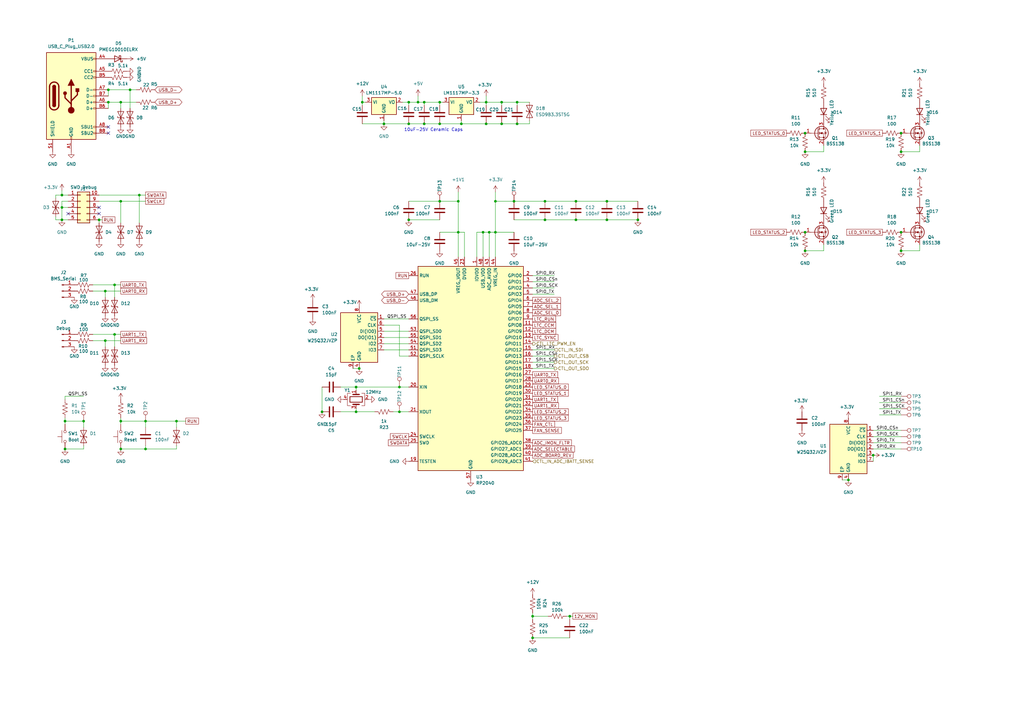
<source format=kicad_sch>
(kicad_sch (version 20231120) (generator "eeschema") (generator_version "8.0")
  (paper "A3")
  (junction (at 369.57 54.61))
  (junction (at 223.52 90.17))
  (junction (at 210.82 82.55))
  (junction (at 248.92 90.17))
  (junction (at 25.4 80.01))
  (junction (at 236.22 90.17))
  (junction (at 199.39 50.8))
  (junction (at 212.09 50.8))
  (junction (at 59.69 184.15))
  (junction (at 132.08 168.91))
  (junction (at 72.39 172.72))
  (junction (at 200.66 95.25))
  (junction (at 147.32 151.13))
  (junction (at 330.2 102.87))
  (junction (at 49.53 184.15))
  (junction (at 25.4 90.17))
  (junction (at 180.34 41.91))
  (junction (at 146.05 158.75))
  (junction (at 369.57 62.23))
  (junction (at 248.92 82.55))
  (junction (at 199.39 41.91))
  (junction (at 218.44 252.73))
  (junction (at 167.64 41.91))
  (junction (at 171.45 41.91))
  (junction (at 57.15 80.01))
  (junction (at 330.2 95.25))
  (junction (at 167.64 90.17))
  (junction (at 53.34 36.83))
  (junction (at 26.67 184.15))
  (junction (at 198.12 95.25))
  (junction (at 223.52 82.55))
  (junction (at 369.57 95.25))
  (junction (at 44.45 41.91))
  (junction (at 146.05 168.91))
  (junction (at 330.2 54.61))
  (junction (at 167.64 50.8))
  (junction (at 369.57 102.87))
  (junction (at 347.98 196.85))
  (junction (at 358.14 186.69))
  (junction (at 46.99 137.16))
  (junction (at 26.67 172.72))
  (junction (at 46.99 116.84))
  (junction (at 189.23 50.8))
  (junction (at 43.18 119.38))
  (junction (at 59.69 172.72))
  (junction (at 40.64 90.17))
  (junction (at 187.96 82.55))
  (junction (at 157.48 50.8))
  (junction (at 49.53 82.55))
  (junction (at 163.83 158.75))
  (junction (at 180.34 82.55))
  (junction (at 44.45 36.83))
  (junction (at 261.62 90.17))
  (junction (at 34.29 172.72))
  (junction (at 49.53 41.91))
  (junction (at 49.53 172.72))
  (junction (at 218.44 261.62))
  (junction (at 173.99 41.91))
  (junction (at 236.22 82.55))
  (junction (at 203.2 95.25))
  (junction (at 203.2 82.55))
  (junction (at 330.2 62.23))
  (junction (at 212.09 41.91))
  (junction (at 163.83 168.91))
  (junction (at 205.74 50.8))
  (junction (at 173.99 50.8))
  (junction (at 43.18 139.7))
  (junction (at 25.4 85.09))
  (junction (at 233.68 252.73))
  (junction (at 148.59 41.91))
  (junction (at 180.34 50.8))
  (junction (at 187.96 95.25))
  (junction (at 205.74 41.91))
  (no_connect (at 27.94 87.63))
  (no_connect (at 44.45 52.07))
  (no_connect (at 40.64 87.63))
  (no_connect (at 40.64 85.09))
  (no_connect (at 44.45 54.61))
  (wire (pts (xy 218.44 113.03) (xy 227.33 113.03)))
  (wire (pts (xy 53.34 36.83) (xy 55.88 36.83)))
  (wire (pts (xy 337.82 100.33) (xy 337.82 102.87)))
  (wire (pts (xy 57.15 80.01) (xy 59.69 80.01)))
  (wire (pts (xy 248.92 90.17) (xy 261.62 90.17)))
  (wire (pts (xy 203.2 95.25) (xy 210.82 95.25)))
  (wire (pts (xy 139.7 168.91) (xy 146.05 168.91)))
  (wire (pts (xy 198.12 95.25) (xy 200.66 95.25)))
  (wire (pts (xy 358.14 181.61) (xy 369.57 181.61)))
  (wire (pts (xy 157.48 49.53) (xy 157.48 50.8)))
  (wire (pts (xy 218.44 118.11) (xy 227.33 118.11)))
  (wire (pts (xy 44.45 36.83) (xy 44.45 39.37)))
  (wire (pts (xy 22.86 81.28) (xy 22.86 80.01)))
  (wire (pts (xy 167.64 41.91) (xy 171.45 41.91)))
  (wire (pts (xy 218.44 146.05) (xy 227.33 146.05)))
  (wire (pts (xy 187.96 95.25) (xy 187.96 105.41)))
  (wire (pts (xy 34.29 182.88) (xy 34.29 184.15)))
  (wire (pts (xy 187.96 95.25) (xy 190.5 95.25)))
  (wire (pts (xy 189.23 49.53) (xy 189.23 50.8)))
  (wire (pts (xy 171.45 41.91) (xy 173.99 41.91)))
  (wire (pts (xy 25.4 78.105) (xy 25.4 80.01)))
  (wire (pts (xy 360.68 167.64) (xy 369.57 167.64)))
  (wire (pts (xy 59.69 172.72) (xy 72.39 172.72)))
  (wire (pts (xy 40.64 80.01) (xy 57.15 80.01)))
  (wire (pts (xy 43.18 142.24) (xy 43.18 139.7)))
  (wire (pts (xy 22.86 88.9) (xy 22.86 90.17)))
  (wire (pts (xy 232.41 252.73) (xy 233.68 252.73)))
  (wire (pts (xy 167.64 90.17) (xy 180.34 90.17)))
  (wire (pts (xy 49.53 172.72) (xy 59.69 172.72)))
  (wire (pts (xy 203.2 95.25) (xy 203.2 105.41)))
  (wire (pts (xy 139.7 158.75) (xy 146.05 158.75)))
  (wire (pts (xy 223.52 82.55) (xy 236.22 82.55)))
  (wire (pts (xy 72.39 172.72) (xy 76.2 172.72)))
  (wire (pts (xy 337.82 59.69) (xy 337.82 62.23)))
  (wire (pts (xy 167.64 158.75) (xy 163.83 158.75)))
  (wire (pts (xy 203.2 82.55) (xy 203.2 95.25)))
  (wire (pts (xy 180.34 95.25) (xy 187.96 95.25)))
  (wire (pts (xy 167.64 41.91) (xy 167.64 43.18)))
  (wire (pts (xy 218.44 148.59) (xy 227.33 148.59)))
  (wire (pts (xy 43.18 119.38) (xy 49.53 119.38)))
  (wire (pts (xy 40.64 82.55) (xy 49.53 82.55)))
  (wire (pts (xy 49.53 171.45) (xy 49.53 172.72)))
  (wire (pts (xy 46.99 142.24) (xy 46.99 137.16)))
  (wire (pts (xy 25.4 80.01) (xy 27.94 80.01)))
  (wire (pts (xy 161.29 168.91) (xy 163.83 168.91)))
  (wire (pts (xy 223.52 90.17) (xy 236.22 90.17)))
  (wire (pts (xy 72.39 182.88) (xy 72.39 184.15)))
  (wire (pts (xy 187.96 78.74) (xy 187.96 82.55)))
  (wire (pts (xy 38.1 116.84) (xy 46.99 116.84)))
  (wire (pts (xy 377.19 62.23) (xy 369.57 62.23)))
  (wire (pts (xy 26.67 172.72) (xy 26.67 173.99)))
  (wire (pts (xy 157.48 138.43) (xy 167.64 138.43)))
  (wire (pts (xy 157.48 133.35) (xy 163.83 133.35)))
  (wire (pts (xy 25.4 82.55) (xy 27.94 82.55)))
  (wire (pts (xy 38.1 139.7) (xy 43.18 139.7)))
  (wire (pts (xy 22.86 90.17) (xy 25.4 90.17)))
  (wire (pts (xy 46.99 116.84) (xy 49.53 116.84)))
  (wire (pts (xy 377.19 59.69) (xy 377.19 62.23)))
  (wire (pts (xy 157.48 130.81) (xy 167.64 130.81)))
  (wire (pts (xy 157.48 140.97) (xy 167.64 140.97)))
  (wire (pts (xy 180.34 41.91) (xy 180.34 43.18)))
  (wire (pts (xy 345.44 196.85) (xy 347.98 196.85)))
  (wire (pts (xy 44.45 36.83) (xy 53.34 36.83)))
  (wire (pts (xy 203.2 78.74) (xy 203.2 82.55)))
  (wire (pts (xy 210.82 82.55) (xy 223.52 82.55)))
  (wire (pts (xy 199.39 41.91) (xy 199.39 43.18)))
  (wire (pts (xy 27.94 90.17) (xy 25.4 90.17)))
  (wire (pts (xy 205.74 41.91) (xy 205.74 43.18)))
  (wire (pts (xy 218.44 151.13) (xy 227.33 151.13)))
  (wire (pts (xy 43.18 121.92) (xy 43.18 119.38)))
  (wire (pts (xy 360.68 162.56) (xy 369.57 162.56)))
  (wire (pts (xy 203.2 82.55) (xy 210.82 82.55)))
  (wire (pts (xy 187.96 82.55) (xy 187.96 95.25)))
  (wire (pts (xy 132.08 158.75) (xy 132.08 168.91)))
  (wire (pts (xy 49.53 184.15) (xy 59.69 184.15)))
  (wire (pts (xy 49.53 82.55) (xy 59.69 82.55)))
  (wire (pts (xy 180.34 82.55) (xy 187.96 82.55)))
  (wire (pts (xy 212.09 43.18) (xy 212.09 41.91)))
  (wire (pts (xy 34.29 172.72) (xy 26.67 172.72)))
  (wire (pts (xy 49.53 172.72) (xy 49.53 173.99)))
  (wire (pts (xy 72.39 175.26) (xy 72.39 172.72)))
  (wire (pts (xy 57.15 91.44) (xy 57.15 80.01)))
  (wire (pts (xy 157.48 50.8) (xy 167.64 50.8)))
  (wire (pts (xy 199.39 39.37) (xy 199.39 41.91)))
  (wire (pts (xy 163.83 168.91) (xy 167.64 168.91)))
  (wire (pts (xy 53.34 36.83) (xy 53.34 44.45)))
  (wire (pts (xy 196.85 41.91) (xy 199.39 41.91)))
  (wire (pts (xy 49.53 91.44) (xy 49.53 82.55)))
  (wire (pts (xy 180.34 41.91) (xy 181.61 41.91)))
  (wire (pts (xy 360.68 165.1) (xy 369.57 165.1)))
  (wire (pts (xy 163.83 146.05) (xy 167.64 146.05)))
  (wire (pts (xy 358.14 179.07) (xy 369.57 179.07)))
  (wire (pts (xy 358.14 184.15) (xy 369.57 184.15)))
  (wire (pts (xy 165.1 41.91) (xy 167.64 41.91)))
  (wire (pts (xy 59.69 184.15) (xy 72.39 184.15)))
  (wire (pts (xy 22.86 80.01) (xy 25.4 80.01)))
  (wire (pts (xy 377.19 100.33) (xy 377.19 102.87)))
  (wire (pts (xy 46.99 121.92) (xy 46.99 116.84)))
  (wire (pts (xy 49.53 41.91) (xy 55.88 41.91)))
  (wire (pts (xy 148.59 50.8) (xy 157.48 50.8)))
  (wire (pts (xy 173.99 41.91) (xy 173.99 43.18)))
  (wire (pts (xy 360.68 170.18) (xy 369.57 170.18)))
  (wire (pts (xy 210.82 90.17) (xy 223.52 90.17)))
  (wire (pts (xy 236.22 82.55) (xy 248.92 82.55)))
  (wire (pts (xy 218.44 261.62) (xy 233.68 261.62)))
  (wire (pts (xy 148.59 43.18) (xy 148.59 41.91)))
  (wire (pts (xy 218.44 143.51) (xy 227.33 143.51)))
  (wire (pts (xy 167.64 50.8) (xy 173.99 50.8)))
  (wire (pts (xy 26.67 163.83) (xy 26.67 162.56)))
  (wire (pts (xy 40.64 90.17) (xy 40.64 91.44)))
  (wire (pts (xy 44.45 41.91) (xy 44.45 44.45)))
  (wire (pts (xy 49.53 44.45) (xy 49.53 41.91)))
  (wire (pts (xy 189.23 50.8) (xy 199.39 50.8)))
  (wire (pts (xy 146.05 168.91) (xy 146.05 167.64)))
  (wire (pts (xy 205.74 50.8) (xy 212.09 50.8)))
  (wire (pts (xy 167.64 82.55) (xy 180.34 82.55)))
  (wire (pts (xy 218.44 115.57) (xy 227.33 115.57)))
  (wire (pts (xy 218.44 120.65) (xy 227.33 120.65)))
  (wire (pts (xy 59.69 182.88) (xy 59.69 184.15)))
  (wire (pts (xy 199.39 50.8) (xy 205.74 50.8)))
  (wire (pts (xy 236.22 90.17) (xy 248.92 90.17)))
  (wire (pts (xy 377.19 102.87) (xy 369.57 102.87)))
  (wire (pts (xy 200.66 95.25) (xy 203.2 95.25)))
  (wire (pts (xy 233.68 252.73) (xy 233.68 254)))
  (wire (pts (xy 34.29 175.26) (xy 34.29 172.72)))
  (wire (pts (xy 38.1 137.16) (xy 46.99 137.16)))
  (wire (pts (xy 148.59 39.37) (xy 148.59 41.91)))
  (wire (pts (xy 190.5 105.41) (xy 190.5 95.25)))
  (wire (pts (xy 43.18 119.38) (xy 38.1 119.38)))
  (wire (pts (xy 46.99 137.16) (xy 49.53 137.16)))
  (wire (pts (xy 337.82 102.87) (xy 330.2 102.87)))
  (wire (pts (xy 217.17 50.8) (xy 212.09 50.8)))
  (wire (pts (xy 157.48 135.89) (xy 167.64 135.89)))
  (wire (pts (xy 26.67 171.45) (xy 26.67 172.72)))
  (wire (pts (xy 146.05 168.91) (xy 153.67 168.91)))
  (wire (pts (xy 26.67 162.56) (xy 34.29 162.56)))
  (wire (pts (xy 43.18 139.7) (xy 49.53 139.7)))
  (wire (pts (xy 173.99 50.8) (xy 180.34 50.8)))
  (wire (pts (xy 217.17 49.53) (xy 217.17 50.8)))
  (wire (pts (xy 40.64 90.17) (xy 41.91 90.17)))
  (wire (pts (xy 25.4 90.17) (xy 25.4 85.09)))
  (wire (pts (xy 195.58 95.25) (xy 198.12 95.25)))
  (wire (pts (xy 163.83 158.75) (xy 146.05 158.75)))
  (wire (pts (xy 358.14 186.69) (xy 358.14 189.23)))
  (wire (pts (xy 358.14 176.53) (xy 369.57 176.53)))
  (wire (pts (xy 224.79 252.73) (xy 218.44 252.73)))
  (wire (pts (xy 25.4 82.55) (xy 25.4 85.09)))
  (wire (pts (xy 157.48 143.51) (xy 167.64 143.51)))
  (wire (pts (xy 212.09 41.91) (xy 217.17 41.91)))
  (wire (pts (xy 163.83 133.35) (xy 163.83 146.05)))
  (wire (pts (xy 200.66 95.25) (xy 200.66 105.41)))
  (wire (pts (xy 59.69 175.26) (xy 59.69 172.72)))
  (wire (pts (xy 218.44 252.73) (xy 218.44 251.46)))
  (wire (pts (xy 198.12 95.25) (xy 198.12 105.41)))
  (wire (pts (xy 205.74 41.91) (xy 212.09 41.91)))
  (wire (pts (xy 173.99 41.91) (xy 180.34 41.91)))
  (wire (pts (xy 248.92 82.55) (xy 261.62 82.55)))
  (wire (pts (xy 146.05 158.75) (xy 146.05 160.02)))
  (wire (pts (xy 148.59 41.91) (xy 149.86 41.91)))
  (wire (pts (xy 44.45 41.91) (xy 49.53 41.91)))
  (wire (pts (xy 34.29 184.15) (xy 26.67 184.15)))
  (wire (pts (xy 27.94 85.09) (xy 25.4 85.09)))
  (wire (pts (xy 199.39 41.91) (xy 205.74 41.91)))
  (wire (pts (xy 337.82 62.23) (xy 330.2 62.23)))
  (wire (pts (xy 171.45 39.37) (xy 171.45 41.91)))
  (wire (pts (xy 218.44 252.73) (xy 218.44 254)))
  (wire (pts (xy 195.58 105.41) (xy 195.58 95.25)))
  (wire (pts (xy 144.78 151.13) (xy 147.32 151.13)))
  (wire (pts (xy 180.34 50.8) (xy 189.23 50.8)))
  (wire (pts (xy 233.68 252.73) (xy 234.95 252.73)))
  (text "10uF-25V Ceramic Caps" (at 177.8 53.34 0) (effects (font (size 1.27 1.27))))
  (label "QSPI_SS" (at 27.94 162.56 0))
  (label "SPI1_SCK" (at 219.71 148.59 0))
  (label "SPI1_CSn" (at 361.95 165.1 0))
  (label "SPI1_RX" (at 219.71 143.51 0))
  (label "SPI0_RX" (at 359.41 184.15 0))
  (label "SPI0_RX" (at 219.71 113.03 0))
  (label "QSPI_SS" (at 158.75 130.81 0))
  (label "SPI1_RX" (at 361.95 162.56 0))
  (label "SPI0_SCK" (at 219.71 118.11 0))
  (label "SPI0_CSn" (at 219.71 115.57 0))
  (label "SPI1_TX" (at 219.71 151.13 0))
  (label "SPI0_TX" (at 359.41 181.61 0))
  (label "SPI1_CSn" (at 219.71 146.05 0))
  (label "SPI1_SCK" (at 361.95 167.64 0))
  (label "SPI0_CSn" (at 359.41 176.53 0))
  (label "SPI1_TX" (at 361.95 170.18 0))
  (label "SPI0_TX" (at 219.71 120.65 0))
  (label "SPI0_SCK" (at 359.41 179.07 0))
  (global_label "USB_D+" (shape bidirectional) (at 167.64 120.65 180) (property "Intersheetrefs" "${INTERSHEET_REFS}" (effects (hide yes))))
  (global_label "ADC_SEL_1" (shape passive) (at 218.44 125.73 0) (property "Intersheetrefs" "${INTERSHEET_REFS}" (effects (hide yes))))
  (global_label "LED_STATUS_1" (shape passive) (at 218.44 161.29 0) (property "Intersheetrefs" "${INTERSHEET_REFS}" (effects (hide yes))))
  (global_label "UART0_RX" (shape passive) (at 49.53 119.38 0) (property "Intersheetrefs" "${INTERSHEET_REFS}" (effects (hide yes))))
  (global_label "ADC_IMON_FLTR" (shape passive) (at 218.44 181.61 0) (property "Intersheetrefs" "${INTERSHEET_REFS}" (effects (hide yes))))
  (global_label "UART0_TX" (shape passive) (at 49.53 116.84 0) (property "Intersheetrefs" "${INTERSHEET_REFS}" (effects (hide yes))))
  (global_label "LED_STATUS_1" (shape passive) (at 361.95 54.61 180) (property "Intersheetrefs" "${INTERSHEET_REFS}" (effects (hide yes))))
  (global_label "ADC_SELECTABLE" (shape passive) (at 218.44 184.15 0) (property "Intersheetrefs" "${INTERSHEET_REFS}" (effects (hide yes))))
  (global_label "LED_STATUS_0" (shape passive) (at 218.44 158.75 0) (property "Intersheetrefs" "${INTERSHEET_REFS}" (effects (hide yes))))
  (global_label "LED_STATUS_2" (shape passive) (at 218.44 168.91 0) (property "Intersheetrefs" "${INTERSHEET_REFS}" (effects (hide yes))))
  (global_label "SWDATA" (shape passive) (at 167.64 181.61 180) (property "Intersheetrefs" "${INTERSHEET_REFS}" (effects (hide yes))))
  (global_label "UART0_TX" (shape passive) (at 218.44 153.67 0) (property "Intersheetrefs" "${INTERSHEET_REFS}" (effects (hide yes))))
  (global_label "LED_STATUS_2" (shape passive) (at 322.58 95.25 180) (property "Intersheetrefs" "${INTERSHEET_REFS}" (effects (hide yes))))
  (global_label "ADC_BOARD_REV" (shape passive) (at 218.44 186.69 0) (property "Intersheetrefs" "${INTERSHEET_REFS}" (effects (hide yes))))
  (global_label "USB_D-" (shape bidirectional) (at 63.5 36.83 0) (property "Intersheetrefs" "${INTERSHEET_REFS}" (effects (hide yes))))
  (global_label "RUN" (shape passive) (at 41.91 90.17 0) (property "Intersheetrefs" "${INTERSHEET_REFS}" (effects (hide yes))))
  (global_label "RUN" (shape passive) (at 76.2 172.72 0) (property "Intersheetrefs" "${INTERSHEET_REFS}" (effects (hide yes))))
  (global_label "SWDATA" (shape passive) (at 59.69 80.01 0) (property "Intersheetrefs" "${INTERSHEET_REFS}" (effects (hide yes))))
  (global_label "UART1_RX" (shape passive) (at 218.44 166.37 0) (property "Intersheetrefs" "${INTERSHEET_REFS}" (effects (hide yes))))
  (global_label "LTC_RUN" (shape passive) (at 218.44 130.81 0) (property "Intersheetrefs" "${INTERSHEET_REFS}" (effects (hide yes))))
  (global_label "LTC_DCM" (shape passive) (at 218.44 135.89 0) (property "Intersheetrefs" "${INTERSHEET_REFS}" (effects (hide yes))))
  (global_label "RUN" (shape passive) (at 167.64 113.03 180) (property "Intersheetrefs" "${INTERSHEET_REFS}" (effects (hide yes))))
  (global_label "ADC_SEL_0" (shape passive) (at 218.44 128.27 0) (property "Intersheetrefs" "${INTERSHEET_REFS}" (effects (hide yes))))
  (global_label "FAN_SENSE" (shape passive) (at 218.44 176.53 0) (property "Intersheetrefs" "${INTERSHEET_REFS}" (effects (hide yes))))
  (global_label "SWCLK" (shape passive) (at 167.64 179.07 180) (property "Intersheetrefs" "${INTERSHEET_REFS}" (effects (hide yes))))
  (global_label "USB_D+" (shape bidirectional) (at 63.5 41.91 0) (property "Intersheetrefs" "${INTERSHEET_REFS}" (effects (hide yes))))
  (global_label "LTC_CCM" (shape passive) (at 218.44 133.35 0) (property "Intersheetrefs" "${INTERSHEET_REFS}" (effects (hide yes))))
  (global_label "LTC_SYNC" (shape passive) (at 218.44 138.43 0) (property "Intersheetrefs" "${INTERSHEET_REFS}" (effects (hide yes))))
  (global_label "SWCLK" (shape passive) (at 59.69 82.55 0) (property "Intersheetrefs" "${INTERSHEET_REFS}" (effects (hide yes))))
  (global_label "UART0_RX" (shape passive) (at 218.44 156.21 0) (property "Intersheetrefs" "${INTERSHEET_REFS}" (effects (hide yes))))
  (global_label "USB_D-" (shape bidirectional) (at 167.64 123.19 180) (property "Intersheetrefs" "${INTERSHEET_REFS}" (effects (hide yes))))
  (global_label "UART1_RX" (shape passive) (at 49.53 139.7 0) (property "Intersheetrefs" "${INTERSHEET_REFS}" (effects (hide yes))))
  (global_label "FAN_CTL" (shape passive) (at 218.44 173.99 0) (property "Intersheetrefs" "${INTERSHEET_REFS}" (effects (hide yes))))
  (global_label "LED_STATUS_0" (shape passive) (at 322.58 54.61 180) (property "Intersheetrefs" "${INTERSHEET_REFS}" (effects (hide yes))))
  (global_label "UART1_TX" (shape passive) (at 218.44 163.83 0) (property "Intersheetrefs" "${INTERSHEET_REFS}" (effects (hide yes))))
  (global_label "LED_STATUS_3" (shape passive) (at 361.95 95.25 180) (property "Intersheetrefs" "${INTERSHEET_REFS}" (effects (hide yes))))
  (global_label "ADC_SEL_2" (shape passive) (at 218.44 123.19 0) (property "Intersheetrefs" "${INTERSHEET_REFS}" (effects (hide yes))))
  (global_label "LED_STATUS_3" (shape passive) (at 218.44 171.45 0) (property "Intersheetrefs" "${INTERSHEET_REFS}" (effects (hide yes))))
  (global_label "UART1_TX" (shape passive) (at 49.53 137.16 0) (property "Intersheetrefs" "${INTERSHEET_REFS}" (effects (hide yes))))
  (global_label "12V_MON" (shape passive) (at 234.95 252.73 0) (property "Intersheetrefs" "${INTERSHEET_REFS}" (effects (hide yes))))
  (hierarchical_label "CTL_OUT_SDO" (shape output) (at 227.33 151.13 0))
  (hierarchical_label "CTL_LTC_PWM_EN" (shape output) (at 218.44 140.97 0))
  (hierarchical_label "CTL_IN_ADC_IBATT_SENSE" (shape input) (at 218.44 189.23 0))
  (hierarchical_label "CTL_OUT_SCK" (shape output) (at 227.33 148.59 0))
  (hierarchical_label "CTL_IN_SDI" (shape input) (at 227.33 143.51 0))
  (hierarchical_label "CTL_OUT_CSB" (shape output) (at 227.33 146.05 0))
  (symbol (lib_id "Device:C") (at 210.82 99.06 0) (unit 1)
    (property "Reference" "C10" (at 214.63 97.7899 0) (effects (justify left)))
    (property "Value" "10uF-25V" (at 214.63 100.3299 0) (effects (justify left)))
    (property "Footprint" "Capacitor_SMD:C_0603_1608Metric" (effects (hide yes)))
    (property "Description" "Unpolarized capacitor" (effects (hide yes)))
    (property "Digikey" "N/A" (effects (hide yes)))
    (property "LCSC" "C96446" (effects (hide yes)))
  )
  (symbol (lib_id "Device:C") (at 261.62 86.36 0) (unit 1)
    (property "Reference" "C14" (at 265.43 85.0899 0) (effects (justify left)))
    (property "Value" "100nF" (at 265.43 87.6299 0) (effects (justify left)))
    (property "Footprint" "Capacitor_SMD:C_0603_1608Metric" (effects (hide yes)))
    (property "Description" "Unpolarized capacitor" (effects (hide yes)))
    (property "LCSC" "C14663" (effects (hide yes)))
    (property "Digikey" "N/A" (effects (hide yes)))
  )
  (symbol (lib_id "Device:R_US") (at 34.29 119.38 90) (mirror x) (unit 1)
    (property "Reference" "R8" (at 34.036 121.666 90))
    (property "Value" "100" (at 34.29 123.698 90))
    (property "Footprint" "Resistor_SMD:R_0603_1608Metric" (effects (hide yes)))
    (property "Description" "Resistor, US symbol" (effects (hide yes)))
    (property "Digikey" "N/A" (effects (hide yes)))
    (property "LCSC" "C22775" (effects (hide yes)))
  )
  (symbol (lib_id "power:GND") (at 167.64 189.23 270) (unit 1)
    (property "Reference" "#PWR043" (effects (hide yes)))
    (property "Value" "GND" (at 163.83 189.2299 90) (effects (justify right)))
    (property "Description" "Power symbol creates a global label with name \"GND\" , ground" (effects (hide yes)))
  )
  (symbol (lib_id "Device:C") (at 59.69 179.07 0) (unit 1)
    (property "Reference" "C1" (at 63.5 177.7999 0) (effects (justify left)))
    (property "Value" "100nF" (at 63.5 180.3399 0) (effects (justify left)))
    (property "Footprint" "Capacitor_SMD:C_0603_1608Metric" (effects (hide yes)))
    (property "Description" "Unpolarized capacitor" (effects (hide yes)))
    (property "LCSC" "C14663" (effects (hide yes)))
    (property "Digikey" "N/A" (effects (hide yes)))
  )
  (symbol (lib_id "Memory_Flash:W25Q32JVZP") (at 147.32 138.43 0) (mirror y) (unit 1)
    (property "Reference" "U2" (at 138.43 137.1599 0) (effects (justify left)))
    (property "Value" "W25Q32JVZP" (at 138.43 139.6999 0) (effects (justify left)))
    (property "Footprint" "Package_SON:WSON-8-1EP_6x5mm_P1.27mm_EP3.4x4.3mm" (effects (hide yes)))
    (property "Datasheet" "http://www.winbond.com/resource-files/w25q32jv%20revg%2003272018%20plus.pdf" (effects (hide yes)))
    (property "Description" "32Mb Serial Flash Memory, Standard/Dual/Quad SPI, DFN-8" (effects (hide yes)))
    (property "Digikey" "W25Q32JVZPIQ-ND" (effects (hide yes)))
    (property "LCSC" "C571260" (effects (hide yes)))
    (property "JLCPCB Rotation Offset" "-90" (effects (hide yes)))
  )
  (symbol (lib_id "Diode:ESD9B3.3ST5G") (at 43.18 125.73 270) (mirror x) (unit 1)
    (property "Reference" "D10" (at 40.64 124.4599 90) (effects (justify right)))
    (property "Value" "ESD9B3.3ST5G" (effects (hide yes)))
    (property "Footprint" "Diode_SMD:D_SOD-923" (effects (hide yes)))
    (property "Datasheet" "https://www.onsemi.com/pub/Collateral/ESD9B-D.PDF" (effects (hide yes)))
    (property "Description" "ESD protection diode, 3.3Vrwm, SOD-923" (effects (hide yes)))
    (property "LCSC" "C96512" (effects (hide yes)))
  )
  (symbol (lib_id "Device:C") (at 248.92 86.36 0) (unit 1)
    (property "Reference" "C13" (at 252.73 85.0899 0) (effects (justify left)))
    (property "Value" "100nF" (at 252.73 87.6299 0) (effects (justify left)))
    (property "Footprint" "Capacitor_SMD:C_0603_1608Metric" (effects (hide yes)))
    (property "Description" "Unpolarized capacitor" (effects (hide yes)))
    (property "LCSC" "C14663" (effects (hide yes)))
    (property "Digikey" "N/A" (effects (hide yes)))
  )
  (symbol (lib_id "Device:LED") (at 377.19 45.72 90) (unit 1)
    (property "Reference" "D16" (at 381 46.0374 90) (effects (justify right)))
    (property "Value" "Yellow LED" (at 380.492 40.894 0) (effects (justify right)))
    (property "Footprint" "LED_SMD:LED_0805_2012Metric" (effects (hide yes)))
    (property "Description" "Light emitting diode" (effects (hide yes)))
    (property "LCSC" "C2296" (effects (hide yes)))
    (property "Digikey" "N/A" (effects (hide yes)))
  )
  (symbol (lib_id "Device:C") (at 148.59 46.99 0) (mirror y) (unit 1)
    (property "Reference" "C15" (at 148.336 44.704 0) (effects (justify left)))
    (property "Value" "10uF-25V" (effects (hide yes)))
    (property "Footprint" "Capacitor_SMD:C_0603_1608Metric" (effects (hide yes)))
    (property "Description" "Unpolarized capacitor" (effects (hide yes)))
    (property "Digikey" "N/A" (effects (hide yes)))
    (property "LCSC" "C96446" (effects (hide yes)))
  )
  (symbol (lib_id "power:GND") (at 330.2 62.23 0) (unit 1)
    (property "Reference" "#PWR027" (effects (hide yes)))
    (property "Value" "GND" (at 330.2 67.31 0))
    (property "Description" "Power symbol creates a global label with name \"GND\" , ground" (effects (hide yes)))
  )
  (symbol (lib_id "power:GND") (at 52.07 31.75 90) (unit 1)
    (property "Reference" "#PWR013" (effects (hide yes)))
    (property "Value" "GND" (at 57.15 31.75 0))
    (property "Description" "Power symbol creates a global label with name \"GND\" , ground" (effects (hide yes)))
  )
  (symbol (lib_id "power:+3.3VP") (at 199.39 39.37 0) (unit 1)
    (property "Reference" "#PWR053" (effects (hide yes)))
    (property "Value" "+3.3V" (at 195.834 34.798 0) (effects (justify left)))
    (property "Description" "Power symbol creates a global label with name \"+3.3VP\"" (effects (hide yes)))
  )
  (symbol (lib_id "Device:LED") (at 337.82 86.36 90) (unit 1)
    (property "Reference" "D15" (at 341.63 86.6774 90) (effects (justify right)))
    (property "Value" "Green LED" (at 341.122 81.534 0) (effects (justify right)))
    (property "Footprint" "LED_SMD:LED_0805_2012Metric" (effects (hide yes)))
    (property "Description" "Light emitting diode" (effects (hide yes)))
    (property "LCSC" "C2297" (effects (hide yes)))
    (property "Digikey" "N/A" (effects (hide yes)))
  )
  (symbol (lib_id "Diode:ESD9B3.3ST5G") (at 217.17 45.72 90) (unit 1)
    (property "Reference" "D18" (at 219.71 44.4499 90) (effects (justify right)))
    (property "Value" "ESD9B3.3ST5G" (at 219.71 46.9899 90) (effects (justify right)))
    (property "Footprint" "Diode_SMD:D_SOD-923" (effects (hide yes)))
    (property "Datasheet" "https://www.onsemi.com/pub/Collateral/ESD9B-D.PDF" (effects (hide yes)))
    (property "Description" "ESD protection diode, 3.3Vrwm, SOD-923" (effects (hide yes)))
    (property "LCSC" "C96512" (effects (hide yes)))
  )
  (symbol (lib_id "power:GND") (at 180.34 102.87 0) (mirror y) (unit 1)
    (property "Reference" "#PWR044" (effects (hide yes)))
    (property "Value" "GND" (at 180.34 107.95 0))
    (property "Description" "Power symbol creates a global label with name \"GND\" , ground" (effects (hide yes)))
  )
  (symbol (lib_id "Device:R_US") (at 365.76 54.61 270) (unit 1)
    (property "Reference" "R17" (at 365.76 48.26 90))
    (property "Value" "100" (at 365.76 50.8 90))
    (property "Footprint" "Resistor_SMD:R_0603_1608Metric" (effects (hide yes)))
    (property "Description" "Resistor, US symbol" (effects (hide yes)))
    (property "Digikey" "N/A" (effects (hide yes)))
    (property "LCSC" "C22775" (effects (hide yes)))
  )
  (symbol (lib_id "Connector:TestPoint") (at 369.57 162.56 270) (unit 1)
    (property "Reference" "TP3" (at 375.92 162.56 90))
    (property "Value" "TestPoint" (effects (hide yes)))
    (property "Footprint" "TestPoint:TestPoint_Pad_D1.0mm" (effects (hide yes)))
    (property "Description" "test point" (effects (hide yes)))
    (property "LCSC" "N/A" (effects (hide yes)))
  )
  (symbol (lib_id "power:+3.3VP") (at 337.82 34.29 0) (unit 1)
    (property "Reference" "#PWR029" (effects (hide yes)))
    (property "Value" "+3.3V" (at 337.82 29.21 0))
    (property "Description" "Power symbol creates a global label with name \"+3.3VP\"" (effects (hide yes)))
  )
  (symbol (lib_id "power:+5V") (at 52.07 24.13 270) (unit 1)
    (property "Reference" "#PWR011" (effects (hide yes)))
    (property "Value" "+5V" (at 55.88 24.1299 90) (effects (justify left)))
    (property "Description" "Power symbol creates a global label with name \"+5V\"" (effects (hide yes)))
  )
  (symbol (lib_id "Connector:TestPoint") (at 369.57 184.15 270) (unit 1)
    (property "Reference" "TP10" (at 375.92 184.15 90))
    (property "Value" "TestPoint" (effects (hide yes)))
    (property "Footprint" "TestPoint:TestPoint_Pad_D1.0mm" (effects (hide yes)))
    (property "Description" "test point" (effects (hide yes)))
    (property "LCSC" "N/A" (effects (hide yes)))
  )
  (symbol (lib_id "power:+3.3VP") (at 347.98 171.45 0) (unit 1)
    (property "Reference" "#PWR024" (effects (hide yes)))
    (property "Value" "+3.3V" (at 344.424 166.878 0) (effects (justify left)))
    (property "Description" "Power symbol creates a global label with name \"+3.3VP\"" (effects (hide yes)))
  )
  (symbol (lib_id "power:+12P") (at 218.44 243.84 0) (unit 1)
    (property "Reference" "#PWR054" (effects (hide yes)))
    (property "Value" "+12V" (at 218.44 238.76 0))
    (property "Description" "Power symbol creates a global label with name \"+12P\"" (effects (hide yes)))
  )
  (symbol (lib_id "power:GND") (at 49.53 184.15 0) (mirror y) (unit 1)
    (property "Reference" "#PWR03" (effects (hide yes)))
    (property "Value" "GND" (at 49.53 189.23 0))
    (property "Description" "Power symbol creates a global label with name \"GND\" , ground" (effects (hide yes)))
  )
  (symbol (lib_id "power:GND") (at 157.48 50.8 0) (unit 1)
    (property "Reference" "#PWR051" (effects (hide yes)))
    (property "Value" "GND" (at 157.48 55.88 0))
    (property "Description" "Power symbol creates a global label with name \"GND\" , ground" (effects (hide yes)))
  )
  (symbol (lib_id "Device:C") (at 180.34 86.36 0) (mirror y) (unit 1)
    (property "Reference" "C7" (at 176.53 85.0899 0) (effects (justify left)))
    (property "Value" "100nF" (at 176.53 87.6299 0) (effects (justify left)))
    (property "Footprint" "Capacitor_SMD:C_0603_1608Metric" (effects (hide yes)))
    (property "Description" "Unpolarized capacitor" (effects (hide yes)))
    (property "LCSC" "C14663" (effects (hide yes)))
    (property "Digikey" "N/A" (effects (hide yes)))
  )
  (symbol (lib_id "Device:R_US") (at 326.39 54.61 270) (unit 1)
    (property "Reference" "R11" (at 326.39 48.26 90))
    (property "Value" "100" (at 326.39 50.8 90))
    (property "Footprint" "Resistor_SMD:R_0603_1608Metric" (effects (hide yes)))
    (property "Description" "Resistor, US symbol" (effects (hide yes)))
    (property "Digikey" "N/A" (effects (hide yes)))
    (property "LCSC" "C22775" (effects (hide yes)))
  )
  (symbol (lib_id "Switch:SW_Push") (at 26.67 179.07 90) (unit 1)
    (property "Reference" "SW1" (at 27.94 177.7999 90) (effects (justify right)))
    (property "Value" "Boot" (at 27.94 180.3399 90) (effects (justify right)))
    (property "Footprint" "Button_Switch_SMD:SW_SPST_EVQP2" (effects (hide yes)))
    (property "Description" "Push button switch, generic, two pins" (effects (hide yes)))
    (property "Digikey" "P11081SCT-ND" (effects (hide yes)))
    (property "LCSC" "C2915169" (effects (hide yes)))
  )
  (symbol (lib_id "Switch:SW_Push") (at 49.53 179.07 90) (unit 1)
    (property "Reference" "SW2" (at 50.8 177.7999 90) (effects (justify right)))
    (property "Value" "Reset" (at 50.8 180.3399 90) (effects (justify right)))
    (property "Footprint" "Button_Switch_SMD:SW_SPST_EVQP2" (effects (hide yes)))
    (property "Description" "Push button switch, generic, two pins" (effects (hide yes)))
    (property "Digikey" "P11081SCT-ND" (effects (hide yes)))
    (property "LCSC" "C2915169" (effects (hide yes)))
  )
  (symbol (lib_id "power:GND") (at 21.59 62.23 0) (unit 1)
    (property "Reference" "#PWR04" (effects (hide yes)))
    (property "Value" "GND" (at 21.59 67.31 0))
    (property "Description" "Power symbol creates a global label with name \"GND\" , ground" (effects (hide yes)))
  )
  (symbol (lib_id "power:GND") (at 43.18 149.86 0) (mirror y) (unit 1)
    (property "Reference" "#PWR019" (effects (hide yes)))
    (property "Value" "GND" (at 43.18 153.67 0))
    (property "Description" "Power symbol creates a global label with name \"GND\" , ground" (effects (hide yes)))
  )
  (symbol (lib_id "power:+3.3VP") (at 147.32 125.73 0) (unit 1)
    (property "Reference" "#PWR039" (effects (hide yes)))
    (property "Value" "+3.3V" (at 140.462 123.952 0) (effects (justify left)))
    (property "Description" "Power symbol creates a global label with name \"+3.3VP\"" (effects (hide yes)))
  )
  (symbol (lib_id "power:+12P") (at 148.59 39.37 0) (unit 1)
    (property "Reference" "#PWR050" (effects (hide yes)))
    (property "Value" "+12V" (at 148.59 34.29 0))
    (property "Description" "Power symbol creates a global label with name \"+12P\"" (effects (hide yes)))
  )
  (symbol (lib_id "power:GND") (at 347.98 196.85 0) (mirror y) (unit 1)
    (property "Reference" "#PWR025" (effects (hide yes)))
    (property "Value" "GND" (at 347.98 201.93 0))
    (property "Description" "Power symbol creates a global label with name \"GND\" , ground" (effects (hide yes)))
  )
  (symbol (lib_id "Device:C") (at 180.34 46.99 0) (mirror y) (unit 1)
    (property "Reference" "C18" (at 179.832 44.704 0) (effects (justify left)))
    (property "Value" "10uF-25V" (effects (hide yes)))
    (property "Footprint" "Capacitor_SMD:C_0603_1608Metric" (effects (hide yes)))
    (property "Description" "Unpolarized capacitor" (effects (hide yes)))
    (property "Digikey" "N/A" (effects (hide yes)))
    (property "LCSC" "C96446" (effects (hide yes)))
  )
  (symbol (lib_id "power:GND") (at 52.07 29.21 90) (unit 1)
    (property "Reference" "#PWR012" (effects (hide yes)))
    (property "Value" "GND" (at 57.15 29.21 0))
    (property "Description" "Power symbol creates a global label with name \"GND\" , ground" (effects (hide yes)))
  )
  (symbol (lib_id "Connector:TestPoint") (at 34.29 172.72 0) (unit 1)
    (property "Reference" "TP1" (at 34.29 166.37 90))
    (property "Value" "TestPoint" (effects (hide yes)))
    (property "Footprint" "TestPoint:TestPoint_Pad_D1.0mm" (effects (hide yes)))
    (property "Description" "test point" (effects (hide yes)))
    (property "LCSC" "N/A" (effects (hide yes)))
  )
  (symbol (lib_id "power:+3.3VP") (at 128.27 123.19 0) (unit 1)
    (property "Reference" "#PWR035" (effects (hide yes)))
    (property "Value" "+3.3V" (at 124.714 118.618 0) (effects (justify left)))
    (property "Description" "Power symbol creates a global label with name \"+3.3VP\"" (effects (hide yes)))
  )
  (symbol (lib_id "Device:C") (at 205.74 46.99 0) (unit 1)
    (property "Reference" "C20" (at 200.66 44.958 0) (effects (justify left)))
    (property "Value" "10uF-25V" (effects (hide yes)))
    (property "Footprint" "Capacitor_SMD:C_0603_1608Metric" (effects (hide yes)))
    (property "Description" "Unpolarized capacitor" (effects (hide yes)))
    (property "Digikey" "N/A" (effects (hide yes)))
    (property "LCSC" "C96446" (effects (hide yes)))
  )
  (symbol (lib_id "Connector:Conn_01x03_Pin") (at 25.4 119.38 0) (unit 1)
    (property "Reference" "J2" (at 26.035 111.76 0))
    (property "Value" "BMS_Serial" (at 26.035 114.3 0))
    (property "Footprint" "Connector_PinHeader_2.54mm:PinHeader_1x03_P2.54mm_Vertical" (effects (hide yes)))
    (property "Description" "Generic connector, single row, 01x03, script generated" (effects (hide yes)))
    (property "Digikey" "N/A" (effects (hide yes)))
    (property "LCSC" "N/A" (effects (hide yes)))
  )
  (symbol (lib_id "Connector:TestPoint") (at 210.82 82.55 0) (unit 1)
    (property "Reference" "TP14" (at 210.82 76.2 90))
    (property "Value" "TestPoint" (effects (hide yes)))
    (property "Footprint" "TestPoint:TestPoint_Pad_D1.0mm" (effects (hide yes)))
    (property "Description" "test point" (effects (hide yes)))
    (property "LCSC" "N/A" (effects (hide yes)))
  )
  (symbol (lib_id "Device:R_US") (at 330.2 99.06 0) (mirror x) (unit 1)
    (property "Reference" "R14" (at 327.66 97.7899 0) (effects (justify right)))
    (property "Value" "10k" (at 327.66 100.3299 0) (effects (justify right)))
    (property "Footprint" "Resistor_SMD:R_0603_1608Metric" (effects (hide yes)))
    (property "Description" "Resistor, US symbol" (effects (hide yes)))
    (property "LCSC" "C25804" (effects (hide yes)))
    (property "Digikey" "N/A" (effects (hide yes)))
  )
  (symbol (lib_id "power:GND") (at 49.53 99.06 0) (mirror y) (unit 1)
    (property "Reference" "#PWR010" (effects (hide yes)))
    (property "Value" "GND" (at 49.53 104.14 0))
    (property "Description" "Power symbol creates a global label with name \"GND\" , ground" (effects (hide yes)))
  )
  (symbol (lib_id "Diode:ESD9B5.0ST5G") (at 53.34 48.26 270) (unit 1)
    (property "Reference" "D8" (at 55.88 48.2599 90) (effects (justify left)))
    (property "Value" "ESD9B5.0ST5G" (effects (hide yes)))
    (property "Footprint" "Diode_SMD:D_SOD-923" (effects (hide yes)))
    (property "Datasheet" "https://www.onsemi.com/pub/Collateral/ESD9B-D.PDF" (effects (hide yes)))
    (property "Description" "ESD protection diode, 5.0Vrwm, SOD-923" (effects (hide yes)))
    (property "LCSC" "C3021104" (effects (hide yes)))
  )
  (symbol (lib_id "Device:R_US") (at 369.57 58.42 0) (mirror x) (unit 1)
    (property "Reference" "R19" (at 367.03 57.1499 0) (effects (justify right)))
    (property "Value" "10k" (at 367.03 59.6899 0) (effects (justify right)))
    (property "Footprint" "Resistor_SMD:R_0603_1608Metric" (effects (hide yes)))
    (property "Description" "Resistor, US symbol" (effects (hide yes)))
    (property "LCSC" "C25804" (effects (hide yes)))
    (property "Digikey" "N/A" (effects (hide yes)))
  )
  (symbol (lib_id "Device:R_US") (at 218.44 257.81 180) (unit 1)
    (property "Reference" "R25" (at 220.98 256.5399 0) (effects (justify right)))
    (property "Value" "10k" (at 220.98 259.0799 0) (effects (justify right)))
    (property "Footprint" "Resistor_SMD:R_0603_1608Metric" (effects (hide yes)))
    (property "Description" "Resistor, US symbol" (effects (hide yes)))
    (property "LCSC" "C25804" (effects (hide yes)))
    (property "Digikey" "N/A" (effects (hide yes)))
  )
  (symbol (lib_id "Connector:USB_C_Receptacle_USB2.0_16P") (at 29.21 39.37 0) (unit 1)
    (property "Reference" "P1" (at 29.21 16.51 0))
    (property "Value" "USB_C_Plug_USB2.0" (at 29.21 19.05 0))
    (property "Footprint" "Connector_USB:USB_C_Receptacle_GCT_USB4085" (effects (hide yes)))
    (property "Datasheet" "https://www.usb.org/sites/default/files/documents/usb_type-c.zip" (effects (hide yes)))
    (property "Description" "USB 2.0-only 16P Type-C Receptacle connector" (effects (hide yes)))
    (property "Digikey" "2073-USB4085-GF-ACT-ND" (effects (hide yes)))
    (property "LCSC" "C7095263" (effects (hide yes)))
  )
  (symbol (lib_id "power:GND") (at 328.93 176.53 0) (mirror y) (unit 1)
    (property "Reference" "#PWR023" (effects (hide yes)))
    (property "Value" "GND" (at 328.93 181.61 0))
    (property "Description" "Power symbol creates a global label with name \"GND\" , ground" (effects (hide yes)))
  )
  (symbol (lib_id "Device:LED") (at 377.19 86.36 90) (unit 1)
    (property "Reference" "D17" (at 381 86.6774 90) (effects (justify right)))
    (property "Value" "Green LED" (at 380.492 81.534 0) (effects (justify right)))
    (property "Footprint" "LED_SMD:LED_0805_2012Metric" (effects (hide yes)))
    (property "Description" "Light emitting diode" (effects (hide yes)))
    (property "LCSC" "C2297" (effects (hide yes)))
    (property "Digikey" "N/A" (effects (hide yes)))
  )
  (symbol (lib_id "power:GND") (at 369.57 62.23 0) (unit 1)
    (property "Reference" "#PWR031" (effects (hide yes)))
    (property "Value" "GND" (at 369.57 67.31 0))
    (property "Description" "Power symbol creates a global label with name \"GND\" , ground" (effects (hide yes)))
  )
  (symbol (lib_id "Diode:ESD9B3.3ST5G") (at 72.39 179.07 90) (unit 1)
    (property "Reference" "D2" (at 74.93 177.7999 90) (effects (justify right)))
    (property "Value" "ESD9B3.3ST5G" (effects (hide yes)))
    (property "Footprint" "Diode_SMD:D_SOD-923" (effects (hide yes)))
    (property "Datasheet" "https://www.onsemi.com/pub/Collateral/ESD9B-D.PDF" (effects (hide yes)))
    (property "Description" "ESD protection diode, 3.3Vrwm, SOD-923" (effects (hide yes)))
    (property "LCSC" "C96512" (effects (hide yes)))
  )
  (symbol (lib_id "Device:R_US") (at 365.76 95.25 270) (unit 1)
    (property "Reference" "R18" (at 365.76 88.9 90))
    (property "Value" "100" (at 365.76 91.44 90))
    (property "Footprint" "Resistor_SMD:R_0603_1608Metric" (effects (hide yes)))
    (property "Description" "Resistor, US symbol" (effects (hide yes)))
    (property "Digikey" "N/A" (effects (hide yes)))
    (property "LCSC" "C22775" (effects (hide yes)))
  )
  (symbol (lib_id "power:GND") (at 210.82 102.87 0) (unit 1)
    (property "Reference" "#PWR048" (effects (hide yes)))
    (property "Value" "GND" (at 210.82 107.95 0))
    (property "Description" "Power symbol creates a global label with name \"GND\" , ground" (effects (hide yes)))
  )
  (symbol (lib_id "Device:C") (at 233.68 257.81 0) (unit 1)
    (property "Reference" "C22" (at 237.49 256.5399 0) (effects (justify left)))
    (property "Value" "100nF" (at 237.49 259.0799 0) (effects (justify left)))
    (property "Footprint" "Capacitor_SMD:C_0603_1608Metric" (effects (hide yes)))
    (property "Description" "Unpolarized capacitor" (effects (hide yes)))
    (property "LCSC" "C14663" (effects (hide yes)))
    (property "Digikey" "N/A" (effects (hide yes)))
  )
  (symbol (lib_id "power:GND") (at 53.34 52.07 0) (mirror y) (unit 1)
    (property "Reference" "#PWR014" (effects (hide yes)))
    (property "Value" "GND" (at 53.34 55.88 0))
    (property "Description" "Power symbol creates a global label with name \"GND\" , ground" (effects (hide yes)))
  )
  (symbol (lib_id "Diode:ESD9B3.3ST5G") (at 46.99 125.73 90) (unit 1)
    (property "Reference" "D12" (at 49.53 124.4599 90) (effects (justify right)))
    (property "Value" "ESD9B3.3ST5G" (effects (hide yes)))
    (property "Footprint" "Diode_SMD:D_SOD-923" (effects (hide yes)))
    (property "Datasheet" "https://www.onsemi.com/pub/Collateral/ESD9B-D.PDF" (effects (hide yes)))
    (property "Description" "ESD protection diode, 3.3Vrwm, SOD-923" (effects (hide yes)))
    (property "LCSC" "C96512" (effects (hide yes)))
  )
  (symbol (lib_id "Diode:ESD9B5.0ST5G") (at 22.86 85.09 270) (unit 1)
    (property "Reference" "D3" (at 20.32 85.0901 90) (effects (justify right)))
    (property "Value" "ESD9B5.0ST5G" (effects (hide yes)))
    (property "Footprint" "Diode_SMD:D_SOD-923" (effects (hide yes)))
    (property "Datasheet" "https://www.onsemi.com/pub/Collateral/ESD9B-D.PDF" (effects (hide yes)))
    (property "Description" "ESD protection diode, 5.0Vrwm, SOD-923" (effects (hide yes)))
    (property "LCSC" "C3021104" (effects (hide yes)))
  )
  (symbol (lib_id "Regulator_Linear:LM1117MP-3.3") (at 189.23 41.91 0) (unit 1)
    (property "Reference" "U5" (at 189.23 35.56 0))
    (property "Value" "LM1117MP-3.3" (at 189.23 38.1 0))
    (property "Footprint" "Package_TO_SOT_SMD:SOT-223-3_TabPin2" (effects (hide yes)))
    (property "Datasheet" "http://www.ti.com/lit/ds/symlink/lm1117.pdf" (effects (hide yes)))
    (property "Description" "800mA Low-Dropout Linear Regulator, 3.3V fixed output, SOT-223" (effects (hide yes)))
    (property "Digikey" "N/A" (effects (hide yes)))
    (property "LCSC" "C6186" (effects (hide yes)))
  )
  (symbol (lib_id "power:+3.3VP") (at 203.2 78.74 0) (unit 1)
    (property "Reference" "#PWR047" (effects (hide yes)))
    (property "Value" "+3.3V" (at 203.2 73.66 0))
    (property "Description" "Power symbol creates a global label with name \"+3.3VP\"" (effects (hide yes)))
  )
  (symbol (lib_id "Connector:TestPoint") (at 369.57 179.07 270) (unit 1)
    (property "Reference" "TP8" (at 375.92 179.07 90))
    (property "Value" "TestPoint" (effects (hide yes)))
    (property "Footprint" "TestPoint:TestPoint_Pad_D1.0mm" (effects (hide yes)))
    (property "Description" "test point" (effects (hide yes)))
    (property "LCSC" "N/A" (effects (hide yes)))
  )
  (symbol (lib_id "power:+3.3VP") (at 337.82 74.93 0) (unit 1)
    (property "Reference" "#PWR030" (effects (hide yes)))
    (property "Value" "+3.3V" (at 337.82 69.85 0))
    (property "Description" "Power symbol creates a global label with name \"+3.3VP\"" (effects (hide yes)))
  )
  (symbol (lib_id "Connector:TestPoint") (at 369.57 170.18 270) (unit 1)
    (property "Reference" "TP6" (at 375.92 170.18 90))
    (property "Value" "TestPoint" (effects (hide yes)))
    (property "Footprint" "TestPoint:TestPoint_Pad_D1.0mm" (effects (hide yes)))
    (property "Description" "test point" (effects (hide yes)))
    (property "LCSC" "N/A" (effects (hide yes)))
  )
  (symbol (lib_id "power:GND") (at 57.15 99.06 0) (mirror y) (unit 1)
    (property "Reference" "#PWR015" (effects (hide yes)))
    (property "Value" "GND" (at 57.15 104.14 0))
    (property "Description" "Power symbol creates a global label with name \"GND\" , ground" (effects (hide yes)))
  )
  (symbol (lib_id "Connector_Generic:Conn_02x05_Counter_Clockwise") (at 33.02 85.09 0) (unit 1)
    (property "Reference" "J1" (at 34.036 77.47 0))
    (property "Value" "SWD Debug" (at 34.29 76.8096 0))
    (property "Footprint" "Connectors:JTAG_2x05_P1_27mm_Shrouded_SMD" (effects (hide yes)))
    (property "Description" "Generic connector, double row, 02x05, counter clockwise pin numbering scheme (similar to DIP package numbering), script generated (kicad-library-utils/schlib/autogen/connector/)" (effects (hide yes)))
    (property "Digikey" "1175-1629-ND" (effects (hide yes)))
    (property "LCSC" "N/A" (effects (hide yes)))
  )
  (symbol (lib_id "Regulator_Linear:LM1117MP-5.0") (at 157.48 41.91 0) (unit 1)
    (property "Reference" "U4" (at 157.48 35.56 0))
    (property "Value" "LM1117MP-5.0" (at 157.48 38.1 0))
    (property "Footprint" "Package_TO_SOT_SMD:SOT-223-3_TabPin2" (effects (hide yes)))
    (property "Datasheet" "http://www.ti.com/lit/ds/symlink/lm1117.pdf" (effects (hide yes)))
    (property "Description" "800mA Low-Dropout Linear Regulator, 5.0V fixed output, SOT-223" (effects (hide yes)))
    (property "LCSC" "C6187" (effects (hide yes)))
    (property "Digikey" "N/A" (effects (hide yes)))
  )
  (symbol (lib_id "Device:R_US") (at 218.44 247.65 0) (unit 1)
    (property "Reference" "R24" (at 223.52 247.396 90))
    (property "Value" "100k" (at 220.98 247.65 90))
    (property "Footprint" "Resistor_SMD:R_0603_1608Metric" (effects (hide yes)))
    (property "Description" "Resistor, US symbol" (effects (hide yes)))
    (property "LCSC" "C25803" (effects (hide yes)))
    (property "Digikey" "N/A" (effects (hide yes)))
  )
  (symbol (lib_id "Device:R_US") (at 326.39 95.25 270) (unit 1)
    (property "Reference" "R12" (at 326.39 88.9 90))
    (property "Value" "100" (at 326.39 91.44 90))
    (property "Footprint" "Resistor_SMD:R_0603_1608Metric" (effects (hide yes)))
    (property "Description" "Resistor, US symbol" (effects (hide yes)))
    (property "Digikey" "N/A" (effects (hide yes)))
    (property "LCSC" "C22775" (effects (hide yes)))
  )
  (symbol (lib_id "power:GND") (at 49.53 52.07 0) (mirror y) (unit 1)
    (property "Reference" "#PWR09" (effects (hide yes)))
    (property "Value" "GND" (at 49.53 55.88 0))
    (property "Description" "Power symbol creates a global label with name \"GND\" , ground" (effects (hide yes)))
  )
  (symbol (lib_id "power:GND") (at 46.99 129.54 0) (mirror y) (unit 1)
    (property "Reference" "#PWR020" (effects (hide yes)))
    (property "Value" "GND" (at 46.99 133.35 0))
    (property "Description" "Power symbol creates a global label with name \"GND\" , ground" (effects (hide yes)))
  )
  (symbol (lib_id "Device:LED") (at 337.82 45.72 90) (unit 1)
    (property "Reference" "D14" (at 341.63 46.0374 90) (effects (justify right)))
    (property "Value" "Yellow LED" (at 341.122 40.894 0) (effects (justify right)))
    (property "Footprint" "LED_SMD:LED_0805_2012Metric" (effects (hide yes)))
    (property "Description" "Light emitting diode" (effects (hide yes)))
    (property "LCSC" "C2296" (effects (hide yes)))
    (property "Digikey" "N/A" (effects (hide yes)))
  )
  (symbol (lib_id "Diode:ESD9B5.0ST5G") (at 57.15 95.25 270) (unit 1)
    (property "Reference" "D9" (at 59.69 95.2499 90) (effects (justify left)))
    (property "Value" "ESD9B5.0ST5G" (effects (hide yes)))
    (property "Footprint" "Diode_SMD:D_SOD-923" (effects (hide yes)))
    (property "Datasheet" "https://www.onsemi.com/pub/Collateral/ESD9B-D.PDF" (effects (hide yes)))
    (property "Description" "ESD protection diode, 5.0Vrwm, SOD-923" (effects (hide yes)))
    (property "LCSC" "C3021104" (effects (hide yes)))
  )
  (symbol (lib_id "power:+3.3VP") (at 377.19 34.29 0) (unit 1)
    (property "Reference" "#PWR033" (effects (hide yes)))
    (property "Value" "+3.3V" (at 377.19 29.21 0))
    (property "Description" "Power symbol creates a global label with name \"+3.3VP\"" (effects (hide yes)))
  )
  (symbol (lib_id "Device:D_Schottky") (at 48.26 24.13 180) (unit 1)
    (property "Reference" "D5" (at 48.5775 17.78 0))
    (property "Value" "PMEG10010ELRX" (at 48.5775 20.32 0))
    (property "Footprint" "Diode_SMD:D_SOD-123" (effects (hide yes)))
    (property "Description" "Schottky diode" (effects (hide yes)))
    (property "LCSC" "C179426" (effects (hide yes)))
  )
  (symbol (lib_id "Diode:ESD9B5.0ST5G") (at 49.53 48.26 270) (unit 1)
    (property "Reference" "D6" (at 46.99 48.2601 90) (effects (justify right)))
    (property "Value" "ESD9B5.0ST5G" (effects (hide yes)))
    (property "Footprint" "Diode_SMD:D_SOD-923" (effects (hide yes)))
    (property "Datasheet" "https://www.onsemi.com/pub/Collateral/ESD9B-D.PDF" (effects (hide yes)))
    (property "Description" "ESD protection diode, 5.0Vrwm, SOD-923" (effects (hide yes)))
    (property "LCSC" "C3021104" (effects (hide yes)))
  )
  (symbol (lib_id "Memory_Flash:W25Q32JVZP") (at 347.98 184.15 0) (mirror y) (unit 1)
    (property "Reference" "U1" (at 339.09 182.8799 0) (effects (justify left)))
    (property "Value" "W25Q32JVZP" (at 339.09 185.4199 0) (effects (justify left)))
    (property "Footprint" "Package_SON:WSON-8-1EP_6x5mm_P1.27mm_EP3.4x4.3mm" (effects (hide yes)))
    (property "Datasheet" "http://www.winbond.com/resource-files/w25q32jv%20revg%2003272018%20plus.pdf" (effects (hide yes)))
    (property "Description" "32Mb Serial Flash Memory, Standard/Dual/Quad SPI, DFN-8" (effects (hide yes)))
    (property "Digikey" "W25Q32JVZPIQ-ND" (effects (hide yes)))
    (property "LCSC" "C571260" (effects (hide yes)))
    (property "JLCPCB Rotation Offset" "-90" (effects (hide yes)))
  )
  (symbol (lib_id "power:GND") (at 261.62 90.17 0) (mirror y) (unit 1)
    (property "Reference" "#PWR049" (effects (hide yes)))
    (property "Value" "GND" (at 261.62 95.25 0))
    (property "Description" "Power symbol creates a global label with name \"GND\" , ground" (effects (hide yes)))
  )
  (symbol (lib_id "Transistor_FET:BSS138") (at 335.28 54.61 0) (unit 1)
    (property "Reference" "Q1" (at 341.122 56.642 0) (effects (justify left)))
    (property "Value" "BSS138" (at 338.836 58.928 0) (effects (justify left)))
    (property "Footprint" "Package_TO_SOT_SMD:SOT-23" (effects (hide yes)))
    (property "Datasheet" "https://www.onsemi.com/pub/Collateral/BSS138-D.PDF" (effects (hide yes)))
    (property "Description" "50V Vds, 0.22A Id, N-Channel MOSFET, SOT-23" (effects (hide yes)))
    (property "Digikey" "5272-BSS138CT-ND" (effects (hide yes)))
    (property "LCSC" "C5224260" (effects (hide yes)))
  )
  (symbol (lib_id "Connector:TestPoint") (at 163.83 168.91 0) (unit 1)
    (property "Reference" "TP12" (at 163.83 162.56 90))
    (property "Value" "TestPoint" (effects (hide yes)))
    (property "Footprint" "TestPoint:TestPoint_Pad_D1.0mm" (effects (hide yes)))
    (property "Description" "test point" (effects (hide yes)))
    (property "LCSC" "N/A" (effects (hide yes)))
  )
  (symbol (lib_id "Device:C") (at 212.09 46.99 0) (unit 1)
    (property "Reference" "C21" (at 206.756 44.958 0) (effects (justify left)))
    (property "Value" "10uF-25V" (effects (hide yes)))
    (property "Footprint" "Capacitor_SMD:C_0603_1608Metric" (effects (hide yes)))
    (property "Description" "Unpolarized capacitor" (effects (hide yes)))
    (property "Digikey" "N/A" (effects (hide yes)))
    (property "LCSC" "C96446" (effects (hide yes)))
  )
  (symbol (lib_id "power:GND") (at 25.4 90.17 0) (unit 1)
    (property "Reference" "#PWR06" (effects (hide yes)))
    (property "Value" "GND" (at 25.4 95.25 0))
    (property "Description" "Power symbol creates a global label with name \"GND\" , ground" (effects (hide yes)))
  )
  (symbol (lib_id "power:GND") (at 193.04 196.85 0) (unit 1)
    (property "Reference" "#PWR046" (effects (hide yes)))
    (property "Value" "GND" (at 193.04 201.93 0))
    (property "Description" "Power symbol creates a global label with name \"GND\" , ground" (effects (hide yes)))
  )
  (symbol (lib_id "power:GND") (at 140.97 163.83 270) (unit 1)
    (property "Reference" "#PWR038" (effects (hide yes)))
    (property "Value" "GND" (at 137.16 163.8299 90) (effects (justify right)))
    (property "Description" "Power symbol creates a global label with name \"GND\" , ground" (effects (hide yes)))
  )
  (symbol (lib_id "Device:R_US") (at 228.6 252.73 90) (unit 1)
    (property "Reference" "R26" (at 228.346 247.65 90))
    (property "Value" "100k" (at 228.6 250.19 90))
    (property "Footprint" "Resistor_SMD:R_0603_1608Metric" (effects (hide yes)))
    (property "Description" "Resistor, US symbol" (effects (hide yes)))
    (property "LCSC" "C25803" (effects (hide yes)))
    (property "Digikey" "N/A" (effects (hide yes)))
  )
  (symbol (lib_id "Device:C") (at 199.39 46.99 0) (unit 1)
    (property "Reference" "C19" (at 195.072 44.958 0) (effects (justify left)))
    (property "Value" "10uF-25V" (effects (hide yes)))
    (property "Footprint" "Capacitor_SMD:C_0603_1608Metric" (effects (hide yes)))
    (property "Description" "Unpolarized capacitor" (effects (hide yes)))
    (property "Digikey" "N/A" (effects (hide yes)))
    (property "LCSC" "C96446" (effects (hide yes)))
  )
  (symbol (lib_id "Device:R_US") (at 49.53 167.64 180) (unit 1)
    (property "Reference" "R2" (at 52.07 166.3699 0) (effects (justify right)))
    (property "Value" "10k" (at 52.07 168.9099 0) (effects (justify right)))
    (property "Footprint" "Resistor_SMD:R_0603_1608Metric" (effects (hide yes)))
    (property "Description" "Resistor, US symbol" (effects (hide yes)))
    (property "LCSC" "C25804" (effects (hide yes)))
    (property "Digikey" "N/A" (effects (hide yes)))
  )
  (symbol (lib_id "Device:C") (at 135.89 168.91 90) (mirror x) (unit 1)
    (property "Reference" "C5" (at 135.89 176.53 90))
    (property "Value" "15pF" (at 135.89 173.99 90))
    (property "Footprint" "Capacitor_SMD:C_0603_1608Metric" (effects (hide yes)))
    (property "Description" "Unpolarized capacitor" (effects (hide yes)))
    (property "Digikey" "N/A" (effects (hide yes)))
    (property "LCSC" "C1644" (effects (hide yes)))
  )
  (symbol (lib_id "Device:R_US") (at 377.19 38.1 0) (unit 1)
    (property "Reference" "R21" (at 370.84 38.1 90))
    (property "Value" "510" (at 373.38 38.1 90))
    (property "Footprint" "Resistor_SMD:R_0603_1608Metric" (effects (hide yes)))
    (property "Description" "Resistor, US symbol" (effects (hide yes)))
    (property "Digikey" "N/A" (effects (hide yes)))
    (property "LCSC" "C23193" (effects (hide yes)))
  )
  (symbol (lib_id "Transistor_FET:BSS138") (at 374.65 54.61 0) (unit 1)
    (property "Reference" "Q3" (at 380.492 56.642 0) (effects (justify left)))
    (property "Value" "BSS138" (at 378.206 58.928 0) (effects (justify left)))
    (property "Footprint" "Package_TO_SOT_SMD:SOT-23" (effects (hide yes)))
    (property "Datasheet" "https://www.onsemi.com/pub/Collateral/BSS138-D.PDF" (effects (hide yes)))
    (property "Description" "50V Vds, 0.22A Id, N-Channel MOSFET, SOT-23" (effects (hide yes)))
    (property "Digikey" "5272-BSS138CT-ND" (effects (hide yes)))
    (property "LCSC" "C5224260" (effects (hide yes)))
  )
  (symbol (lib_id "Device:C") (at 135.89 158.75 90) (unit 1)
    (property "Reference" "C4" (at 135.89 151.13 90))
    (property "Value" "15pF" (at 135.89 153.67 90))
    (property "Footprint" "Capacitor_SMD:C_0603_1608Metric" (effects (hide yes)))
    (property "Description" "Unpolarized capacitor" (effects (hide yes)))
    (property "Digikey" "N/A" (effects (hide yes)))
    (property "LCSC" "C1644" (effects (hide yes)))
  )
  (symbol (lib_id "power:+3.3VP") (at 328.93 168.91 0) (unit 1)
    (property "Reference" "#PWR022" (effects (hide yes)))
    (property "Value" "+3.3V" (at 325.374 164.338 0) (effects (justify left)))
    (property "Description" "Power symbol creates a global label with name \"+3.3VP\"" (effects (hide yes)))
  )
  (symbol (lib_id "power:+5V") (at 171.45 39.37 0) (unit 1)
    (property "Reference" "#PWR052" (effects (hide yes)))
    (property "Value" "+5V" (at 171.45 34.29 0))
    (property "Description" "Power symbol creates a global label with name \"+5V\"" (effects (hide yes)))
  )
  (symbol (lib_id "Device:C") (at 236.22 86.36 0) (unit 1)
    (property "Reference" "C12" (at 240.03 85.0899 0) (effects (justify left)))
    (property "Value" "100nF" (at 240.03 87.6299 0) (effects (justify left)))
    (property "Footprint" "Capacitor_SMD:C_0603_1608Metric" (effects (hide yes)))
    (property "Description" "Unpolarized capacitor" (effects (hide yes)))
    (property "LCSC" "C14663" (effects (hide yes)))
    (property "Digikey" "N/A" (effects (hide yes)))
  )
  (symbol (lib_id "Diode:ESD9B3.3ST5G") (at 46.99 146.05 90) (unit 1)
    (property "Reference" "D13" (at 49.53 144.7799 90) (effects (justify right)))
    (property "Value" "ESD9B3.3ST5G" (effects (hide yes)))
    (property "Footprint" "Diode_SMD:D_SOD-923" (effects (hide yes)))
    (property "Datasheet" "https://www.onsemi.com/pub/Collateral/ESD9B-D.PDF" (effects (hide yes)))
    (property "Description" "ESD protection diode, 3.3Vrwm, SOD-923" (effects (hide yes)))
    (property "LCSC" "C96512" (effects (hide yes)))
  )
  (symbol (lib_id "power:GND") (at 46.99 149.86 0) (mirror y) (unit 1)
    (property "Reference" "#PWR021" (effects (hide yes)))
    (property "Value" "GND" (at 46.99 153.67 0))
    (property "Description" "Power symbol creates a global label with name \"GND\" , ground" (effects (hide yes)))
  )
  (symbol (lib_id "Diode:ESD9B3.3ST5G") (at 34.29 179.07 90) (unit 1)
    (property "Reference" "D1" (at 36.83 177.7999 90) (effects (justify right)))
    (property "Value" "ESD9B3.3ST5G" (effects (hide yes)))
    (property "Footprint" "Diode_SMD:D_SOD-923" (effects (hide yes)))
    (property "Datasheet" "https://www.onsemi.com/pub/Collateral/ESD9B-D.PDF" (effects (hide yes)))
    (property "Description" "ESD protection diode, 3.3Vrwm, SOD-923" (effects (hide yes)))
    (property "LCSC" "C96512" (effects (hide yes)))
  )
  (symbol (lib_id "Device:R_US") (at 34.29 116.84 90) (unit 1)
    (property "Reference" "R7" (at 34.29 113.03 90))
    (property "Value" "100" (at 34.29 114.808 90))
    (property "Footprint" "Resistor_SMD:R_0603_1608Metric" (effects (hide yes)))
    (property "Description" "Resistor, US symbol" (effects (hide yes)))
    (property "Digikey" "N/A" (effects (hide yes)))
    (property "LCSC" "C22775" (effects (hide yes)))
  )
  (symbol (lib_id "power:+3.3VP") (at 49.53 163.83 0) (unit 1)
    (property "Reference" "#PWR02" (effects (hide yes)))
    (property "Value" "+3.3V" (at 45.974 159.258 0) (effects (justify left)))
    (property "Description" "Power symbol creates a global label with name \"+3.3VP\"" (effects (hide yes)))
  )
  (symbol (lib_id "power:GND") (at 151.13 163.83 90) (unit 1)
    (property "Reference" "#PWR041" (effects (hide yes)))
    (property "Value" "GND" (at 154.94 163.8299 90) (effects (justify right)))
    (property "Description" "Power symbol creates a global label with name \"GND\" , ground" (effects (hide yes)))
  )
  (symbol (lib_id "Connector:TestPoint") (at 180.34 82.55 0) (unit 1)
    (property "Reference" "TP13" (at 180.34 76.2 90))
    (property "Value" "TestPoint" (effects (hide yes)))
    (property "Footprint" "TestPoint:TestPoint_Pad_D1.0mm" (effects (hide yes)))
    (property "Description" "test point" (effects (hide yes)))
    (property "LCSC" "N/A" (effects (hide yes)))
  )
  (symbol (lib_id "Connector:TestPoint") (at 369.57 176.53 270) (unit 1)
    (property "Reference" "TP7" (at 375.92 176.53 90))
    (property "Value" "TestPoint" (effects (hide yes)))
    (property "Footprint" "TestPoint:TestPoint_Pad_D1.0mm" (effects (hide yes)))
    (property "Description" "test point" (effects (hide yes)))
    (property "LCSC" "N/A" (effects (hide yes)))
  )
  (symbol (lib_id "power:GND") (at 26.67 184.15 0) (mirror y) (unit 1)
    (property "Reference" "#PWR01" (effects (hide yes)))
    (property "Value" "GND" (at 26.67 189.23 0))
    (property "Description" "Power symbol creates a global label with name \"GND\" , ground" (effects (hide yes)))
  )
  (symbol (lib_id "Connector:TestPoint") (at 369.57 167.64 270) (unit 1)
    (property "Reference" "TP5" (at 375.92 167.64 90))
    (property "Value" "TestPoint" (effects (hide yes)))
    (property "Footprint" "TestPoint:TestPoint_Pad_D1.0mm" (effects (hide yes)))
    (property "Description" "test point" (effects (hide yes)))
    (property "LCSC" "N/A" (effects (hide yes)))
  )
  (symbol (lib_id "Device:R_US") (at 34.29 137.16 90) (unit 1)
    (property "Reference" "R9" (at 34.29 133.35 90))
    (property "Value" "100" (at 34.29 135.128 90))
    (property "Footprint" "Resistor_SMD:R_0603_1608Metric" (effects (hide yes)))
    (property "Description" "Resistor, US symbol" (effects (hide yes)))
    (property "Digikey" "N/A" (effects (hide yes)))
    (property "LCSC" "C22775" (effects (hide yes)))
  )
  (symbol (lib_id "power:+1V1") (at 187.96 78.74 0) (unit 1)
    (property "Reference" "#PWR045" (effects (hide yes)))
    (property "Value" "+1V1" (at 187.96 73.66 0))
    (property "Description" "Power symbol creates a global label with name \"+1V1\"" (effects (hide yes)))
  )
  (symbol (lib_id "Device:R_US") (at 48.26 29.21 270) (unit 1)
    (property "Reference" "R3" (at 46.9899 26.67 90) (effects (justify right)))
    (property "Value" "5.1k" (at 52.578 26.924 90) (effects (justify right)))
    (property "Footprint" "Resistor_SMD:R_0603_1608Metric" (effects (hide yes)))
    (property "Description" "Resistor, US symbol" (effects (hide yes)))
    (property "LCSC" "C23186" (effects (hide yes)))
    (property "Digikey" "N/A" (effects (hide yes)))
  )
  (symbol (lib_id "Device:C") (at 328.93 172.72 0) (unit 1)
    (property "Reference" "C2" (at 332.74 171.4499 0) (effects (justify left)))
    (property "Value" "100nF" (at 332.74 173.9899 0) (effects (justify left)))
    (property "Footprint" "Capacitor_SMD:C_0603_1608Metric" (effects (hide yes)))
    (property "Description" "Unpolarized capacitor" (effects (hide yes)))
    (property "LCSC" "C14663" (effects (hide yes)))
    (property "Digikey" "N/A" (effects (hide yes)))
  )
  (symbol (lib_id "Device:R_US") (at 377.19 78.74 0) (unit 1)
    (property "Reference" "R22" (at 370.84 78.74 90))
    (property "Value" "510" (at 373.38 78.74 90))
    (property "Footprint" "Resistor_SMD:R_0603_1608Metric" (effects (hide yes)))
    (property "Description" "Resistor, US symbol" (effects (hide yes)))
    (property "Digikey" "N/A" (effects (hide yes)))
    (property "LCSC" "C23193" (effects (hide yes)))
  )
  (symbol (lib_id "Device:C") (at 210.82 86.36 0) (unit 1)
    (property "Reference" "C9" (at 214.63 85.0899 0) (effects (justify left)))
    (property "Value" "100nF" (at 214.63 87.6299 0) (effects (justify left)))
    (property "Footprint" "Capacitor_SMD:C_0603_1608Metric" (effects (hide yes)))
    (property "Description" "Unpolarized capacitor" (effects (hide yes)))
    (property "LCSC" "C14663" (effects (hide yes)))
    (property "Digikey" "N/A" (effects (hide yes)))
  )
  (symbol (lib_id "Device:C") (at 167.64 46.99 0) (mirror y) (unit 1)
    (property "Reference" "C16" (at 166.878 44.45 0) (effects (justify left)))
    (property "Value" "10uF-25V" (effects (hide yes)))
    (property "Footprint" "Capacitor_SMD:C_0603_1608Metric" (effects (hide yes)))
    (property "Description" "Unpolarized capacitor" (effects (hide yes)))
    (property "Digikey" "N/A" (effects (hide yes)))
    (property "LCSC" "C96446" (effects (hide yes)))
  )
  (symbol (lib_id "power:GND") (at 29.21 62.23 0) (unit 1)
    (property "Reference" "#PWR07" (effects (hide yes)))
    (property "Value" "GND" (at 29.21 67.31 0))
    (property "Description" "Power symbol creates a global label with name \"GND\" , ground" (effects (hide yes)))
  )
  (symbol (lib_id "Device:R_US") (at 26.67 167.64 180) (unit 1)
    (property "Reference" "R1" (at 29.21 166.3699 0) (effects (justify right)))
    (property "Value" "10k" (at 29.21 168.9099 0) (effects (justify right)))
    (property "Footprint" "Resistor_SMD:R_0603_1608Metric" (effects (hide yes)))
    (property "Description" "Resistor, US symbol" (effects (hide yes)))
    (property "LCSC" "C25804" (effects (hide yes)))
    (property "Digikey" "N/A" (effects (hide yes)))
  )
  (symbol (lib_id "power:GND") (at 43.18 129.54 0) (mirror y) (unit 1)
    (property "Reference" "#PWR018" (effects (hide yes)))
    (property "Value" "GND" (at 43.18 133.35 0))
    (property "Description" "Power symbol creates a global label with name \"GND\" , ground" (effects (hide yes)))
  )
  (symbol (lib_id "Device:R_US") (at 330.2 58.42 0) (mirror x) (unit 1)
    (property "Reference" "R13" (at 327.66 57.1499 0) (effects (justify right)))
    (property "Value" "10k" (at 327.66 59.6899 0) (effects (justify right)))
    (property "Footprint" "Resistor_SMD:R_0603_1608Metric" (effects (hide yes)))
    (property "Description" "Resistor, US symbol" (effects (hide yes)))
    (property "LCSC" "C25804" (effects (hide yes)))
    (property "Digikey" "N/A" (effects (hide yes)))
  )
  (symbol (lib_id "Transistor_FET:BSS138") (at 335.28 95.25 0) (unit 1)
    (property "Reference" "Q2" (at 341.122 97.282 0) (effects (justify left)))
    (property "Value" "BSS138" (at 338.836 99.568 0) (effects (justify left)))
    (property "Footprint" "Package_TO_SOT_SMD:SOT-23" (effects (hide yes)))
    (property "Datasheet" "https://www.onsemi.com/pub/Collateral/BSS138-D.PDF" (effects (hide yes)))
    (property "Description" "50V Vds, 0.22A Id, N-Channel MOSFET, SOT-23" (effects (hide yes)))
    (property "Digikey" "5272-BSS138CT-ND" (effects (hide yes)))
    (property "LCSC" "C5224260" (effects (hide yes)))
  )
  (symbol (lib_id "Connector:TestPoint") (at 369.57 165.1 270) (unit 1)
    (property "Reference" "TP4" (at 375.92 165.1 90))
    (property "Value" "TestPoint" (effects (hide yes)))
    (property "Footprint" "TestPoint:TestPoint_Pad_D1.0mm" (effects (hide yes)))
    (property "Description" "test point" (effects (hide yes)))
    (property "LCSC" "N/A" (effects (hide yes)))
  )
  (symbol (lib_id "Diode:ESD9B5.0ST5G") (at 49.53 95.25 270) (unit 1)
    (property "Reference" "D7" (at 52.07 95.2499 90) (effects (justify left)))
    (property "Value" "ESD9B5.0ST5G" (effects (hide yes)))
    (property "Footprint" "Diode_SMD:D_SOD-923" (effects (hide yes)))
    (property "Datasheet" "https://www.onsemi.com/pub/Collateral/ESD9B-D.PDF" (effects (hide yes)))
    (property "Description" "ESD protection diode, 5.0Vrwm, SOD-923" (effects (hide yes)))
    (property "LCSC" "C3021104" (effects (hide yes)))
  )
  (symbol (lib_id "power:GND") (at 147.32 151.13 0) (mirror y) (unit 1)
    (property "Reference" "#PWR040" (effects (hide yes)))
    (property "Value" "GND" (at 147.32 156.21 0))
    (property "Description" "Power symbol creates a global label with name \"GND\" , ground" (effects (hide yes)))
  )
  (symbol (lib_id "power:GND") (at 369.57 102.87 0) (unit 1)
    (property "Reference" "#PWR032" (effects (hide yes)))
    (property "Value" "GND" (at 369.57 107.95 0))
    (property "Description" "Power symbol creates a global label with name \"GND\" , ground" (effects (hide yes)))
  )
  (symbol (lib_id "Device:C") (at 128.27 127 0) (unit 1)
    (property "Reference" "C3" (at 132.08 125.7299 0) (effects (justify left)))
    (property "Value" "100nF" (at 132.08 128.2699 0) (effects (justify left)))
    (property "Footprint" "Capacitor_SMD:C_0603_1608Metric" (effects (hide yes)))
    (property "Description" "Unpolarized capacitor" (effects (hide yes)))
    (property "LCSC" "C14663" (effects (hide yes)))
    (property "Digikey" "N/A" (effects (hide yes)))
  )
  (symbol (lib_id "Diode:ESD9B5.0ST5G") (at 40.64 95.25 90) (mirror x) (unit 1)
    (property "Reference" "D4" (at 43.18 95.2501 90) (effects (justify right)))
    (property "Value" "ESD9B5.0ST5G" (effects (hide yes)))
    (property "Footprint" "Diode_SMD:D_SOD-923" (effects (hide yes)))
    (property "Datasheet" "https://www.onsemi.com/pub/Collateral/ESD9B-D.PDF" (effects (hide yes)))
    (property "Description" "ESD protection diode, 5.0Vrwm, SOD-923" (effects (hide yes)))
    (property "LCSC" "C3021104" (effects (hide yes)))
  )
  (symbol (lib_id "Device:Crystal_GND24") (at 146.05 163.83 270) (unit 1)
    (property "Reference" "Y1" (at 142.494 160.02 90))
    (property "Value" "12MHz" (at 153.162 160.782 90))
    (property "Footprint" "Crystal:Crystal_SMD_3225-4Pin_3.2x2.5mm" (effects (hide yes)))
    (property "Description" "Four pin crystal, GND on pins 2 and 4" (effects (hide yes)))
    (property "Digikey" "XC2613CT-ND" (effects (hide yes)))
    (property "LCSC" "C7294550" (effects (hide yes)))
  )
  (symbol (lib_id "Device:R_US") (at 59.69 41.91 270) (mirror x) (unit 1)
    (property "Reference" "R6" (at 63.246 44.196 90))
    (property "Value" "22" (at 59.69 44.196 90))
    (property "Footprint" "Resistor_SMD:R_0603_1608Metric" (effects (hide yes)))
    (property "Description" "Resistor, US symbol" (effects (hide yes)))
    (property "LCSC" "C23345" (effects (hide yes)))
    (property "Digikey" "N/A" (effects (hide yes)))
  )
  (symbol (lib_id "Device:R_US") (at 337.82 38.1 0) (unit 1)
    (property "Reference" "R15" (at 331.47 38.1 90))
    (property "Value" "510" (at 334.01 38.1 90))
    (property "Footprint" "Resistor_SMD:R_0603_1608Metric" (effects (hide yes)))
    (property "Description" "Resistor, US symbol" (effects (hide yes)))
    (property "Digikey" "N/A" (effects (hide yes)))
    (property "LCSC" "C23193" (effects (hide yes)))
  )
  (symbol (lib_id "Device:R_US") (at 59.69 36.83 270) (unit 1)
    (property "Reference" "R5" (at 63.246 34.544 90))
    (property "Value" "22" (at 59.944 34.798 90))
    (property "Footprint" "Resistor_SMD:R_0603_1608Metric" (effects (hide yes)))
    (property "Description" "Resistor, US symbol" (effects (hide yes)))
    (property "LCSC" "C23345" (effects (hide yes)))
    (property "Digikey" "N/A" (effects (hide yes)))
  )
  (symbol (lib_id "Device:C") (at 173.99 46.99 0) (mirror y) (unit 1)
    (property "Reference" "C17" (at 173.482 44.704 0) (effects (justify left)))
    (property "Value" "10uF-25V" (effects (hide yes)))
    (property "Footprint" "Capacitor_SMD:C_0603_1608Metric" (effects (hide yes)))
    (property "Description" "Unpolarized capacitor" (effects (hide yes)))
    (property "Digikey" "N/A" (effects (hide yes)))
    (property "LCSC" "C96446" (effects (hide yes)))
  )
  (symbol (lib_id "Device:R_US") (at 34.29 139.7 90) (mirror x) (unit 1)
    (property "Reference" "R10" (at 34.036 141.986 90))
    (property "Value" "100" (at 34.29 144.018 90))
    (property "Footprint" "Resistor_SMD:R_0603_1608Metric" (effects (hide yes)))
    (property "Description" "Resistor, US symbol" (effects (hide yes)))
    (property "Digikey" "N/A" (effects (hide yes)))
    (property "LCSC" "C22775" (effects (hide yes)))
  )
  (symbol (lib_id "power:+3.3VP") (at 377.19 74.93 0) (unit 1)
    (property "Reference" "#PWR034" (effects (hide yes)))
    (property "Value" "+3.3V" (at 377.19 69.85 0))
    (property "Description" "Power symbol creates a global label with name \"+3.3VP\"" (effects (hide yes)))
  )
  (symbol (lib_id "power:GND") (at 128.27 130.81 0) (mirror y) (unit 1)
    (property "Reference" "#PWR036" (effects (hide yes)))
    (property "Value" "GND" (at 128.27 135.89 0))
    (property "Description" "Power symbol creates a global label with name \"GND\" , ground" (effects (hide yes)))
  )
  (symbol (lib_id "power:GND") (at 218.44 261.62 0) (unit 1)
    (property "Reference" "#PWR055" (effects (hide yes)))
    (property "Value" "GND" (at 218.44 266.7 0))
    (property "Description" "Power symbol creates a global label with name \"GND\" , ground" (effects (hide yes)))
  )
  (symbol (lib_id "Connector:Conn_01x03_Pin") (at 25.4 139.7 0) (unit 1)
    (property "Reference" "J3" (at 26.035 132.08 0))
    (property "Value" "Debug" (at 26.035 134.62 0))
    (property "Footprint" "Connector_PinHeader_2.54mm:PinHeader_1x03_P2.54mm_Vertical" (effects (hide yes)))
    (property "Description" "Generic connector, single row, 01x03, script generated" (effects (hide yes)))
    (property "Digikey" "N/A" (effects (hide yes)))
    (property "LCSC" "N/A" (effects (hide yes)))
  )
  (symbol (lib_id "power:+3.3VP") (at 358.14 186.69 270) (unit 1)
    (property "Reference" "#PWR026" (effects (hide yes)))
    (property "Value" "+3.3V" (at 361.188 186.69 90) (effects (justify left)))
    (property "Description" "Power symbol creates a global label with name \"+3.3VP\"" (effects (hide yes)))
  )
  (symbol (lib_id "Device:C") (at 223.52 86.36 0) (unit 1)
    (property "Reference" "C11" (at 227.33 85.0899 0) (effects (justify left)))
    (property "Value" "100nF" (at 227.33 87.6299 0) (effects (justify left)))
    (property "Footprint" "Capacitor_SMD:C_0603_1608Metric" (effects (hide yes)))
    (property "Description" "Unpolarized capacitor" (effects (hide yes)))
    (property "LCSC" "C14663" (effects (hide yes)))
    (property "Digikey" "N/A" (effects (hide yes)))
  )
  (symbol (lib_id "power:GND") (at 330.2 102.87 0) (unit 1)
    (property "Reference" "#PWR028" (effects (hide yes)))
    (property "Value" "GND" (at 330.2 107.95 0))
    (property "Description" "Power symbol creates a global label with name \"GND\" , ground" (effects (hide yes)))
  )
  (symbol (lib_id "power:GND") (at 167.64 90.17 0) (mirror y) (unit 1)
    (property "Reference" "#PWR042" (effects (hide yes)))
    (property "Value" "GND" (at 167.64 95.25 0))
    (property "Description" "Power symbol creates a global label with name \"GND\" , ground" (effects (hide yes)))
  )
  (symbol (lib_id "Device:R_US") (at 157.48 168.91 90) (mirror x) (unit 1)
    (property "Reference" "R23" (at 157.48 175.26 90))
    (property "Value" "1k" (at 157.48 172.72 90))
    (property "Footprint" "Resistor_SMD:R_0603_1608Metric" (effects (hide yes)))
    (property "Description" "Resistor, US symbol" (effects (hide yes)))
    (property "Digikey" "N/A" (effects (hide yes)))
    (property "LCSC" "C21190" (effects (hide yes)))
  )
  (symbol (lib_id "Diode:ESD9B3.3ST5G") (at 43.18 146.05 270) (mirror x) (unit 1)
    (property "Reference" "D11" (at 40.64 144.7799 90) (effects (justify right)))
    (property "Value" "ESD9B3.3ST5G" (effects (hide yes)))
    (property "Footprint" "Diode_SMD:D_SOD-923" (effects (hide yes)))
    (property "Datasheet" "https://www.onsemi.com/pub/Collateral/ESD9B-D.PDF" (effects (hide yes)))
    (property "Description" "ESD protection diode, 3.3Vrwm, SOD-923" (effects (hide yes)))
    (property "LCSC" "C96512" (effects (hide yes)))
  )
  (symbol (lib_id "power:+3.3V") (at 25.4 78.105 0) (mirror y) (unit 1)
    (property "Reference" "#PWR05" (effects (hide yes)))
    (property "Value" "+3.3V" (at 17.78 76.835 0) (effects (justify right)))
    (property "Description" "Power symbol creates a global label with name \"+3.3V\"" (effects (hide yes)))
  )
  (symbol (lib_id "Connector:TestPoint") (at 163.83 158.75 0) (unit 1)
    (property "Reference" "TP11" (at 163.83 152.4 90))
    (property "Value" "TestPoint" (effects (hide yes)))
    (property "Footprint" "TestPoint:TestPoint_Pad_D1.0mm" (effects (hide yes)))
    (property "Description" "test point" (effects (hide yes)))
    (property "LCSC" "N/A" (effects (hide yes)))
  )
  (symbol (lib_id "power:GND") (at 132.08 168.91 0) (unit 1)
    (property "Reference" "#PWR037" (effects (hide yes)))
    (property "Value" "GND" (at 132.08 173.99 0))
    (property "Description" "Power symbol creates a global label with name \"GND\" , ground" (effects (hide yes)))
  )
  (symbol (lib_id "Transistor_FET:BSS138") (at 374.65 95.25 0) (unit 1)
    (property "Reference" "Q4" (at 380.492 97.282 0) (effects (justify left)))
    (property "Value" "BSS138" (at 378.206 99.568 0) (effects (justify left)))
    (property "Footprint" "Package_TO_SOT_SMD:SOT-23" (effects (hide yes)))
    (property "Datasheet" "https://www.onsemi.com/pub/Collateral/BSS138-D.PDF" (effects (hide yes)))
    (property "Description" "50V Vds, 0.22A Id, N-Channel MOSFET, SOT-23" (effects (hide yes)))
    (property "Digikey" "5272-BSS138CT-ND" (effects (hide yes)))
    (property "LCSC" "C5224260" (effects (hide yes)))
  )
  (symbol (lib_id "Device:R_US") (at 369.57 99.06 0) (mirror x) (unit 1)
    (property "Reference" "R20" (at 367.03 97.7899 0) (effects (justify right)))
    (property "Value" "10k" (at 367.03 100.3299 0) (effects (justify right)))
    (property "Footprint" "Resistor_SMD:R_0603_1608Metric" (effects (hide yes)))
    (property "Description" "Resistor, US symbol" (effects (hide yes)))
    (property "LCSC" "C25804" (effects (hide yes)))
    (property "Digikey" "N/A" (effects (hide yes)))
  )
  (symbol (lib_id "MCU_RaspberryPi:RP2040") (at 193.04 151.13 0) (unit 1)
    (property "Reference" "U3" (at 195.2341 195.58 0) (effects (justify left)))
    (property "Value" "RP2040" (at 195.2341 198.12 0) (effects (justify left)))
    (property "Footprint" "Package_DFN_QFN:QFN-56-1EP_7x7mm_P0.4mm_EP3.2x3.2mm" (effects (hide yes)))
    (property "Datasheet" "https://datasheets.raspberrypi.com/rp2040/rp2040-datasheet.pdf" (effects (hide yes)))
    (property "Description" "A microcontroller by Raspberry Pi" (effects (hide yes)))
    (property "Digikey" "2648-SC0914(13)CT-ND" (effects (hide yes)))
    (property "LCSC" "C2040" (effects (hide yes)))
    (property "JLCPCB Rotation Offset" "-90" (effects (hide yes)))
  )
  (symbol (lib_id "power:GND") (at 40.64 99.06 0) (mirror y) (unit 1)
    (property "Reference" "#PWR08" (effects (hide yes)))
    (property "Value" "GND" (at 40.64 104.14 0))
    (property "Description" "Power symbol creates a global label with name \"GND\" , ground" (effects (hide yes)))
  )
  (symbol (lib_id "power:GND") (at 30.48 142.24 0) (mirror y) (unit 1)
    (property "Reference" "#PWR017" (effects (hide yes)))
    (property "Value" "GND" (at 30.48 146.05 0))
    (property "Description" "Power symbol creates a global label with name \"GND\" , ground" (effects (hide yes)))
  )
  (symbol (lib_id "Device:C") (at 180.34 99.06 0) (mirror y) (unit 1)
    (property "Reference" "C8" (at 176.53 97.7899 0) (effects (justify left)))
    (property "Value" "10uF-25V" (at 176.53 100.3299 0) (effects (justify left)))
    (property "Footprint" "Capacitor_SMD:C_0603_1608Metric" (effects (hide yes)))
    (property "Description" "Unpolarized capacitor" (effects (hide yes)))
    (property "Digikey" "N/A" (effects (hide yes)))
    (property "LCSC" "C96446" (effects (hide yes)))
  )
  (symbol (lib_id "Device:C") (at 167.64 86.36 0) (mirror y) (unit 1)
    (property "Reference" "C6" (at 163.83 85.0899 0) (effects (justify left)))
    (property "Value" "100nF" (at 163.83 87.6299 0) (effects (justify left)))
    (property "Footprint" "Capacitor_SMD:C_0603_1608Metric" (effects (hide yes)))
    (property "Description" "Unpolarized capacitor" (effects (hide yes)))
    (property "LCSC" "C14663" (effects (hide yes)))
    (property "Digikey" "N/A" (effects (hide yes)))
  )
  (symbol (lib_id "Connector:TestPoint") (at 59.69 172.72 0) (unit 1)
    (property "Reference" "TP2" (at 59.69 166.37 90))
    (property "Value" "TestPoint" (effects (hide yes)))
    (property "Footprint" "TestPoint:TestPoint_Pad_D1.0mm" (effects (hide yes)))
    (property "Description" "test point" (effects (hide yes)))
    (property "LCSC" "N/A" (effects (hide yes)))
  )
  (symbol (lib_id "Connector:TestPoint") (at 369.57 181.61 270) (unit 1)
    (property "Reference" "TP9" (at 375.92 181.61 90))
    (property "Value" "TestPoint" (effects (hide yes)))
    (property "Footprint" "TestPoint:TestPoint_Pad_D1.0mm" (effects (hide yes)))
    (property "Description" "test point" (effects (hide yes)))
    (property "LCSC" "N/A" (effects (hide yes)))
  )
  (symbol (lib_id "power:GND") (at 30.48 121.92 0) (mirror y) (unit 1)
    (property "Reference" "#PWR016" (effects (hide yes)))
    (property "Value" "GND" (at 30.48 125.73 0))
    (property "Description" "Power symbol creates a global label with name \"GND\" , ground" (effects (hide yes)))
  )
  (symbol (lib_id "Device:R_US") (at 337.82 78.74 0) (unit 1)
    (property "Reference" "R16" (at 331.47 78.74 90))
    (property "Value" "510" (at 334.01 78.74 90))
    (property "Footprint" "Resistor_SMD:R_0603_1608Metric" (effects (hide yes)))
    (property "Description" "Resistor, US symbol" (effects (hide yes)))
    (property "Digikey" "N/A" (effects (hide yes)))
    (property "LCSC" "C23193" (effects (hide yes)))
  )
  (symbol (lib_id "Device:R_US") (at 48.26 31.75 270) (mirror x) (unit 1)
    (property "Reference" "R4" (at 46.9899 34.29 90) (effects (justify right)))
    (property "Value" "5.1k" (at 52.578 34.29 90) (effects (justify right)))
    (property "Footprint" "Resistor_SMD:R_0603_1608Metric" (effects (hide yes)))
    (property "Description" "Resistor, US symbol" (effects (hide yes)))
    (property "LCSC" "C23186" (effects (hide yes)))
    (property "Digikey" "N/A" (effects (hide yes)))
  )
)
</source>
